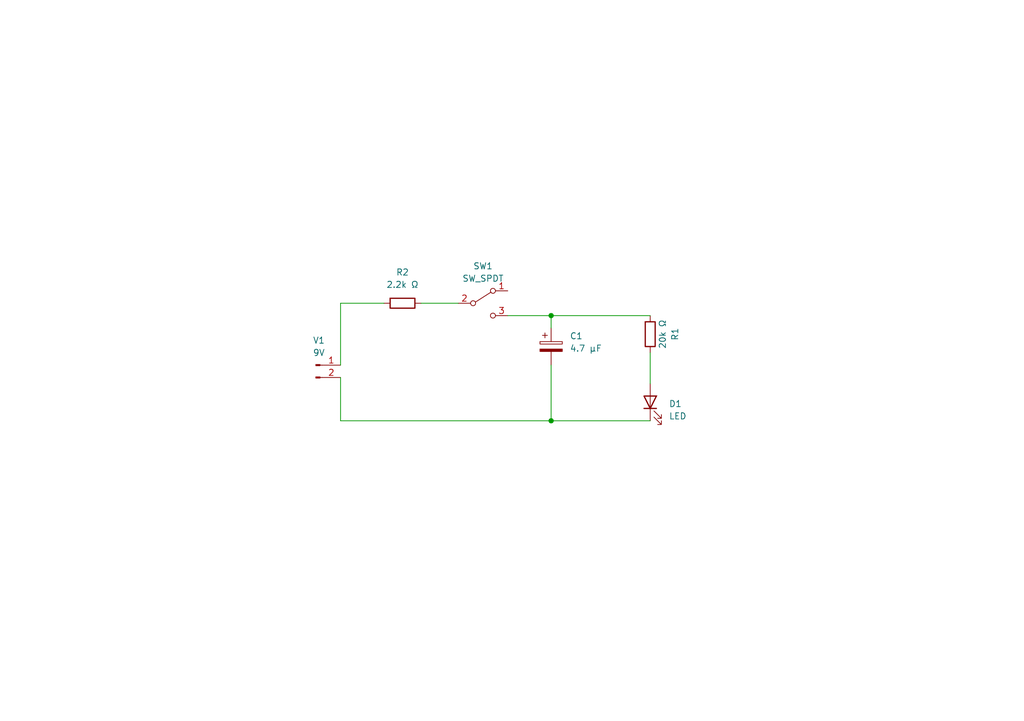
<source format=kicad_sch>
(kicad_sch (version 20211123) (generator eeschema)
  (paper "A5")
  (lib_symbols
    (symbol "Connector:Conn_01x02_Male" (pin_names (offset 1.016) hide)
      (property "Reference" "J" (at 0 2.54 0))
      (property "Value" "Conn_01x02_Male" (at 0 -5.08 0))
      (symbol "Conn_01x02_Male_1_1"
        (polyline (pts (xy 1.27 -2.54) (xy 0.8636 -2.54)) (stroke (width 0.1524)))
        (polyline (pts (xy 1.27 0) (xy 0.8636 0)) (stroke (width 0.1524)))
        (rectangle (start 0.8636 -2.413) (end 0 -2.667) (stroke (width 0.1524)) (fill (type outline)))
        (rectangle (start 0.8636 0.127) (end 0 -0.127) (stroke (width 0.1524)) (fill (type outline)))
        (pin passive line (at 5.08 0 180) (length 3.81) (name "Pin_1") (number "1"))
        (pin passive line (at 5.08 -2.54 180) (length 3.81) (name "Pin_2") (number "2"))
      )
    )
    (symbol "Device:C_Polarized" (pin_numbers hide) (pin_names (offset 0.254))
      (property "Reference" "C" (at 0.635 2.54 0))
      (property "Value" "C_Polarized" (at 0.635 -2.54 0))
      (symbol "C_Polarized_0_1"
        (rectangle (start -2.286 0.508) (end 2.286 1.016))
        (polyline (pts (xy -1.778 2.286) (xy -0.762 2.286)))
        (polyline (pts (xy -1.27 2.794) (xy -1.27 1.778)))
        (rectangle (start 2.286 -0.508) (end -2.286 -1.016) (fill (type outline)))
      )
      (symbol "C_Polarized_1_1"
        (pin passive line (at 0 3.81 270) (length 2.794) (name "~") (number "1"))
        (pin passive line (at 0 -3.81 90) (length 2.794) (name "~") (number "2"))
      )
    )
    (symbol "Device:LED" (pin_numbers hide) (pin_names (offset 1.016) hide)
      (property "Reference" "D" (at 0 2.54 0))
      (property "Value" "LED" (at 0 -2.54 0))
      (symbol "LED_0_1"
        (polyline (pts (xy -1.27 -1.27) (xy -1.27 1.27)) (stroke (width 0.254)))
        (polyline (pts (xy -1.27 0) (xy 1.27 0)))
        (polyline (pts (xy 1.27 -1.27) (xy 1.27 1.27) (xy -1.27 0) (xy 1.27 -1.27)) (stroke (width 0.254)))
        (polyline (pts (xy -3.048 -0.762) (xy -4.572 -2.286) (xy -3.81 -2.286) (xy -4.572 -2.286) (xy -4.572 -1.524)))
        (polyline (pts (xy -1.778 -0.762) (xy -3.302 -2.286) (xy -2.54 -2.286) (xy -3.302 -2.286) (xy -3.302 -1.524)))
      )
      (symbol "LED_1_1"
        (pin passive line (at -3.81 0 0) (length 2.54) (name "K") (number "1"))
        (pin passive line (at 3.81 0 180) (length 2.54) (name "A") (number "2"))
      )
    )
    (symbol "Device:R" (pin_numbers hide) (pin_names (offset 0))
      (property "Reference" "R" (at 2.032 0 90))
      (property "Value" "R" (at 0 0 90))
      (symbol "R_0_1"
        (rectangle (start -1.016 -2.54) (end 1.016 2.54) (stroke (width 0.254)))
      )
      (symbol "R_1_1"
        (pin passive line (at 0 3.81 270) (length 1.27) (name "~") (number "1"))
        (pin passive line (at 0 -3.81 90) (length 1.27) (name "~") (number "2"))
      )
    )
    (symbol "Switch:SW_SPDT" (pin_names (offset 0) hide)
      (property "Reference" "SW" (at 0 4.318 0))
      (property "Value" "SW_SPDT" (at 0 -5.08 0))
      (symbol "SW_SPDT_0_0"
        (circle (center -2.032 0) (radius 0.508))
        (circle (center 2.032 -2.54) (radius 0.508))
      )
      (symbol "SW_SPDT_0_1"
        (polyline (pts (xy -1.524 0.254) (xy 1.651 2.286)))
        (circle (center 2.032 2.54) (radius 0.508))
      )
      (symbol "SW_SPDT_1_1"
        (pin passive line (at 5.08 2.54 180) (length 2.54) (name "A") (number "1"))
        (pin passive line (at -5.08 0 0) (length 2.54) (name "B") (number "2"))
        (pin passive line (at 5.08 -2.54 180) (length 2.54) (name "C") (number "3"))
      )
    )
  )
  (junction (at 113.03 64.77))
  (junction (at 113.03 86.36))
  (wire (pts (xy 133.35 72.39) (xy 133.35 78.74)))
  (wire (pts (xy 69.85 86.36) (xy 113.03 86.36)))
  (wire (pts (xy 69.85 74.93) (xy 69.85 62.23)))
  (wire (pts (xy 113.03 64.77) (xy 113.03 67.31)))
  (wire (pts (xy 104.14 64.77) (xy 113.03 64.77)))
  (wire (pts (xy 69.85 77.47) (xy 69.85 86.36)))
  (wire (pts (xy 86.36 62.23) (xy 93.98 62.23)))
  (wire (pts (xy 113.03 86.36) (xy 133.35 86.36)))
  (wire (pts (xy 113.03 74.93) (xy 113.03 86.36)))
  (wire (pts (xy 69.85 62.23) (xy 78.74 62.23)))
  (wire (pts (xy 113.03 64.77) (xy 133.35 64.77)))
  (symbol (lib_id "Device:LED") (at 133.35 82.55 90) (unit 1)
    (property "Reference" "D1" (at 137.16 82.8674 90) (effects (justify right)))
    (property "Value" "LED" (at 137.16 85.4074 90) (effects (justify right)))
  )
  (symbol (lib_id "Device:R") (at 133.35 68.58 180) (unit 1)
    (property "Reference" "R1" (at 138.43 68.58 90))
    (property "Value" "20k Ω" (at 135.89 68.58 90))
  )
  (symbol (lib_id "Device:R") (at 82.55 62.23 90) (unit 1)
    (property "Reference" "R2" (at 82.55 55.88 90))
    (property "Value" "2.2k Ω" (at 82.55 58.42 90))
  )
  (symbol (lib_id "Device:C_Polarized") (at 113.03 71.12 0) (unit 1)
    (property "Reference" "C1" (at 116.84 68.9609 0) (effects (justify left)))
    (property "Value" "4.7 µF" (at 116.84 71.5009 0) (effects (justify left)))
  )
  (symbol (lib_id "Switch:SW_SPDT") (at 99.06 62.23 0) (unit 1)
    (property "Reference" "SW1" (at 99.06 54.61 0))
    (property "Value" "SW_SPDT" (at 99.06 57.15 0))
  )
  (symbol (lib_id "Connector:Conn_01x02_Male") (at 64.77 74.93 0) (unit 1)
    (property "Reference" "V1" (at 65.405 69.85 0))
    (property "Value" "9V" (at 65.405 72.39 0))
  )
)
</source>
